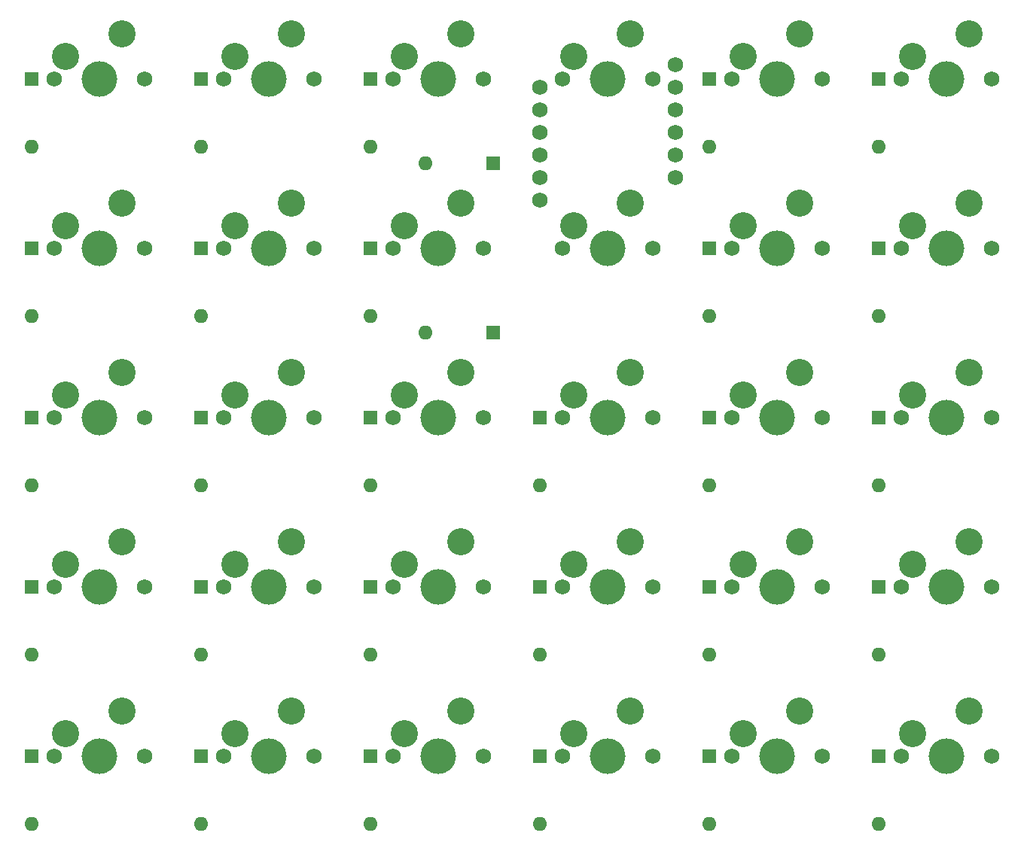
<source format=gbr>
G04 #@! TF.GenerationSoftware,KiCad,Pcbnew,7.0.10*
G04 #@! TF.CreationDate,2024-01-27T14:07:50+01:00*
G04 #@! TF.ProjectId,board-pcb,626f6172-642d-4706-9362-2e6b69636164,rev?*
G04 #@! TF.SameCoordinates,Original*
G04 #@! TF.FileFunction,Soldermask,Top*
G04 #@! TF.FilePolarity,Negative*
%FSLAX46Y46*%
G04 Gerber Fmt 4.6, Leading zero omitted, Abs format (unit mm)*
G04 Created by KiCad (PCBNEW 7.0.10) date 2024-01-27 14:07:50*
%MOMM*%
%LPD*%
G01*
G04 APERTURE LIST*
%ADD10C,1.750000*%
%ADD11C,3.050000*%
%ADD12C,4.000000*%
%ADD13C,1.752600*%
%ADD14R,1.600000X1.600000*%
%ADD15O,1.600000X1.600000*%
G04 APERTURE END LIST*
D10*
G04 #@! TO.C,S1\u002C3*
X59155000Y-97790000D03*
D11*
X60425000Y-95250000D03*
D12*
X64235000Y-97790000D03*
D11*
X66775000Y-92710000D03*
D10*
X69315000Y-97790000D03*
G04 #@! TD*
G04 #@! TO.C,S1\u002C4*
X59155000Y-116840000D03*
D11*
X60425000Y-114300000D03*
D12*
X64235000Y-116840000D03*
D11*
X66775000Y-111760000D03*
D10*
X69315000Y-116840000D03*
G04 #@! TD*
G04 #@! TO.C,S1\u002C0*
X59155000Y-40640000D03*
D11*
X60425000Y-38100000D03*
D12*
X64235000Y-40640000D03*
D11*
X66775000Y-35560000D03*
D10*
X69315000Y-40640000D03*
G04 #@! TD*
G04 #@! TO.C,S3\u002C0*
X97255000Y-40640000D03*
D11*
X98525000Y-38100000D03*
D12*
X102335000Y-40640000D03*
D11*
X104875000Y-35560000D03*
D10*
X107415000Y-40640000D03*
G04 #@! TD*
G04 #@! TO.C,S2\u002C4*
X78205000Y-116840000D03*
D11*
X79475000Y-114300000D03*
D12*
X83285000Y-116840000D03*
D11*
X85825000Y-111760000D03*
D10*
X88365000Y-116840000D03*
G04 #@! TD*
G04 #@! TO.C,S0\u002C1*
X40105000Y-59690000D03*
D11*
X41375000Y-57150000D03*
D12*
X45185000Y-59690000D03*
D11*
X47725000Y-54610000D03*
D10*
X50265000Y-59690000D03*
G04 #@! TD*
G04 #@! TO.C,S2\u002C2*
X78205000Y-78740000D03*
D11*
X79475000Y-76200000D03*
D12*
X83285000Y-78740000D03*
D11*
X85825000Y-73660000D03*
D10*
X88365000Y-78740000D03*
G04 #@! TD*
G04 #@! TO.C,S4\u002C1*
X116305000Y-59690000D03*
D11*
X117575000Y-57150000D03*
D12*
X121385000Y-59690000D03*
D11*
X123925000Y-54610000D03*
D10*
X126465000Y-59690000D03*
G04 #@! TD*
G04 #@! TO.C,S0\u002C4*
X40105000Y-116840000D03*
D11*
X41375000Y-114300000D03*
D12*
X45185000Y-116840000D03*
D11*
X47725000Y-111760000D03*
D10*
X50265000Y-116840000D03*
G04 #@! TD*
G04 #@! TO.C,S3\u002C1*
X97255000Y-59690000D03*
D11*
X98525000Y-57150000D03*
D12*
X102335000Y-59690000D03*
D11*
X104875000Y-54610000D03*
D10*
X107415000Y-59690000D03*
G04 #@! TD*
G04 #@! TO.C,S4\u002C2*
X116305000Y-78740000D03*
D11*
X117575000Y-76200000D03*
D12*
X121385000Y-78740000D03*
D11*
X123925000Y-73660000D03*
D10*
X126465000Y-78740000D03*
G04 #@! TD*
G04 #@! TO.C,S2\u002C3*
X78205000Y-97790000D03*
D11*
X79475000Y-95250000D03*
D12*
X83285000Y-97790000D03*
D11*
X85825000Y-92710000D03*
D10*
X88365000Y-97790000D03*
G04 #@! TD*
G04 #@! TO.C,S2\u002C1*
X78205000Y-59690000D03*
D11*
X79475000Y-57150000D03*
D12*
X83285000Y-59690000D03*
D11*
X85825000Y-54610000D03*
D10*
X88365000Y-59690000D03*
G04 #@! TD*
G04 #@! TO.C,S2\u002C0*
X78205000Y-40640000D03*
D11*
X79475000Y-38100000D03*
D12*
X83285000Y-40640000D03*
D11*
X85825000Y-35560000D03*
D10*
X88365000Y-40640000D03*
G04 #@! TD*
G04 #@! TO.C,S3\u002C4*
X97255000Y-116840000D03*
D11*
X98525000Y-114300000D03*
D12*
X102335000Y-116840000D03*
D11*
X104875000Y-111760000D03*
D10*
X107415000Y-116840000D03*
G04 #@! TD*
G04 #@! TO.C,S5\u002C0*
X135355000Y-40640000D03*
D11*
X136625000Y-38100000D03*
D12*
X140435000Y-40640000D03*
D11*
X142975000Y-35560000D03*
D10*
X145515000Y-40640000D03*
G04 #@! TD*
G04 #@! TO.C,S5\u002C2*
X135355000Y-78740000D03*
D11*
X136625000Y-76200000D03*
D12*
X140435000Y-78740000D03*
D11*
X142975000Y-73660000D03*
D10*
X145515000Y-78740000D03*
G04 #@! TD*
G04 #@! TO.C,S0\u002C0*
X40105000Y-40640000D03*
D11*
X41375000Y-38100000D03*
D12*
X45185000Y-40640000D03*
D11*
X47725000Y-35560000D03*
D10*
X50265000Y-40640000D03*
G04 #@! TD*
G04 #@! TO.C,S4\u002C0*
X116305000Y-40640000D03*
D11*
X117575000Y-38100000D03*
D12*
X121385000Y-40640000D03*
D11*
X123925000Y-35560000D03*
D10*
X126465000Y-40640000D03*
G04 #@! TD*
G04 #@! TO.C,S1\u002C2*
X59155000Y-78740000D03*
D11*
X60425000Y-76200000D03*
D12*
X64235000Y-78740000D03*
D11*
X66775000Y-73660000D03*
D10*
X69315000Y-78740000D03*
G04 #@! TD*
D13*
G04 #@! TO.C,U2*
X94715000Y-41592500D03*
X94715000Y-44132500D03*
X94715000Y-46672500D03*
X94715000Y-49212500D03*
X94715000Y-51752500D03*
X94715000Y-54292500D03*
X109955000Y-51752500D03*
X109955000Y-49212500D03*
X109955000Y-46672500D03*
X109955000Y-44132500D03*
X109955000Y-41592500D03*
X109955000Y-39052500D03*
G04 #@! TD*
D10*
G04 #@! TO.C,S5\u002C3*
X135355000Y-97790000D03*
D11*
X136625000Y-95250000D03*
D12*
X140435000Y-97790000D03*
D11*
X142975000Y-92710000D03*
D10*
X145515000Y-97790000D03*
G04 #@! TD*
G04 #@! TO.C,S3\u002C3*
X97255000Y-97790000D03*
D11*
X98525000Y-95250000D03*
D12*
X102335000Y-97790000D03*
D11*
X104875000Y-92710000D03*
D10*
X107415000Y-97790000D03*
G04 #@! TD*
G04 #@! TO.C,S0\u002C2*
X40105000Y-78740000D03*
D11*
X41375000Y-76200000D03*
D12*
X45185000Y-78740000D03*
D11*
X47725000Y-73660000D03*
D10*
X50265000Y-78740000D03*
G04 #@! TD*
G04 #@! TO.C,S3\u002C2*
X97255000Y-78740000D03*
D11*
X98525000Y-76200000D03*
D12*
X102335000Y-78740000D03*
D11*
X104875000Y-73660000D03*
D10*
X107415000Y-78740000D03*
G04 #@! TD*
G04 #@! TO.C,S5\u002C1*
X135355000Y-59690000D03*
D11*
X136625000Y-57150000D03*
D12*
X140435000Y-59690000D03*
D11*
X142975000Y-54610000D03*
D10*
X145515000Y-59690000D03*
G04 #@! TD*
G04 #@! TO.C,S4\u002C3*
X116305000Y-97790000D03*
D11*
X117575000Y-95250000D03*
D12*
X121385000Y-97790000D03*
D11*
X123925000Y-92710000D03*
D10*
X126465000Y-97790000D03*
G04 #@! TD*
G04 #@! TO.C,S1\u002C1*
X59155000Y-59690000D03*
D11*
X60425000Y-57150000D03*
D12*
X64235000Y-59690000D03*
D11*
X66775000Y-54610000D03*
D10*
X69315000Y-59690000D03*
G04 #@! TD*
G04 #@! TO.C,S0\u002C3*
X40105000Y-97790000D03*
D11*
X41375000Y-95250000D03*
D12*
X45185000Y-97790000D03*
D11*
X47725000Y-92710000D03*
D10*
X50265000Y-97790000D03*
G04 #@! TD*
G04 #@! TO.C,S5\u002C4*
X135355000Y-116840000D03*
D11*
X136625000Y-114300000D03*
D12*
X140435000Y-116840000D03*
D11*
X142975000Y-111760000D03*
D10*
X145515000Y-116840000D03*
G04 #@! TD*
G04 #@! TO.C,S4\u002C4*
X116305000Y-116840000D03*
D11*
X117575000Y-114300000D03*
D12*
X121385000Y-116840000D03*
D11*
X123925000Y-111760000D03*
D10*
X126465000Y-116840000D03*
G04 #@! TD*
D14*
G04 #@! TO.C,D0\u002C0*
X37541250Y-40640000D03*
D15*
X37541250Y-48260000D03*
G04 #@! TD*
D14*
G04 #@! TO.C,D2\u002C1*
X75641250Y-59690000D03*
D15*
X75641250Y-67310000D03*
G04 #@! TD*
D14*
G04 #@! TO.C,D2\u002C2*
X75641250Y-78740000D03*
D15*
X75641250Y-86360000D03*
G04 #@! TD*
D14*
G04 #@! TO.C,D4\u002C1*
X113741250Y-59690000D03*
D15*
X113741250Y-67310000D03*
G04 #@! TD*
D14*
G04 #@! TO.C,D5\u002C4*
X132791250Y-116840000D03*
D15*
X132791250Y-124460000D03*
G04 #@! TD*
D14*
G04 #@! TO.C,D3\u002C1*
X89476250Y-69215000D03*
D15*
X81856250Y-69215000D03*
G04 #@! TD*
D14*
G04 #@! TO.C,D4\u002C0*
X113741250Y-40640000D03*
D15*
X113741250Y-48260000D03*
G04 #@! TD*
D14*
G04 #@! TO.C,D5\u002C3*
X132791250Y-97790000D03*
D15*
X132791250Y-105410000D03*
G04 #@! TD*
D14*
G04 #@! TO.C,D0\u002C3*
X37541250Y-97790000D03*
D15*
X37541250Y-105410000D03*
G04 #@! TD*
D14*
G04 #@! TO.C,D5\u002C2*
X132791250Y-78740000D03*
D15*
X132791250Y-86360000D03*
G04 #@! TD*
D14*
G04 #@! TO.C,D5\u002C0*
X132791250Y-40640000D03*
D15*
X132791250Y-48260000D03*
G04 #@! TD*
D14*
G04 #@! TO.C,D4\u002C4*
X113741250Y-116840000D03*
D15*
X113741250Y-124460000D03*
G04 #@! TD*
D14*
G04 #@! TO.C,D2\u002C4*
X75641250Y-116840000D03*
D15*
X75641250Y-124460000D03*
G04 #@! TD*
D14*
G04 #@! TO.C,D1\u002C4*
X56591250Y-116840000D03*
D15*
X56591250Y-124460000D03*
G04 #@! TD*
D14*
G04 #@! TO.C,D1\u002C2*
X56591250Y-78740000D03*
D15*
X56591250Y-86360000D03*
G04 #@! TD*
D14*
G04 #@! TO.C,D3\u002C4*
X94691250Y-116840000D03*
D15*
X94691250Y-124460000D03*
G04 #@! TD*
D14*
G04 #@! TO.C,D3\u002C2*
X94691250Y-78740000D03*
D15*
X94691250Y-86360000D03*
G04 #@! TD*
D14*
G04 #@! TO.C,D4\u002C3*
X113741250Y-97790000D03*
D15*
X113741250Y-105410000D03*
G04 #@! TD*
D14*
G04 #@! TO.C,D2\u002C0*
X75641250Y-40640000D03*
D15*
X75641250Y-48260000D03*
G04 #@! TD*
D14*
G04 #@! TO.C,D3\u002C3*
X94691250Y-97790000D03*
D15*
X94691250Y-105410000D03*
G04 #@! TD*
D14*
G04 #@! TO.C,D2\u002C3*
X75641250Y-97790000D03*
D15*
X75641250Y-105410000D03*
G04 #@! TD*
D14*
G04 #@! TO.C,D1\u002C0*
X56591250Y-40640000D03*
D15*
X56591250Y-48260000D03*
G04 #@! TD*
D14*
G04 #@! TO.C,D1\u002C1*
X56591250Y-59690000D03*
D15*
X56591250Y-67310000D03*
G04 #@! TD*
D14*
G04 #@! TO.C,D0\u002C4*
X37541250Y-116840000D03*
D15*
X37541250Y-124460000D03*
G04 #@! TD*
D14*
G04 #@! TO.C,D1\u002C3*
X56591250Y-97790000D03*
D15*
X56591250Y-105410000D03*
G04 #@! TD*
D14*
G04 #@! TO.C,D0\u002C2*
X37541250Y-78740000D03*
D15*
X37541250Y-86360000D03*
G04 #@! TD*
D14*
G04 #@! TO.C,D0\u002C1*
X37541250Y-59690000D03*
D15*
X37541250Y-67310000D03*
G04 #@! TD*
D14*
G04 #@! TO.C,D4\u002C2*
X113741250Y-78740000D03*
D15*
X113741250Y-86360000D03*
G04 #@! TD*
D14*
G04 #@! TO.C,D5\u002C1*
X132791250Y-59690000D03*
D15*
X132791250Y-67310000D03*
G04 #@! TD*
D14*
G04 #@! TO.C,D3\u002C0*
X89476250Y-50165000D03*
D15*
X81856250Y-50165000D03*
G04 #@! TD*
M02*

</source>
